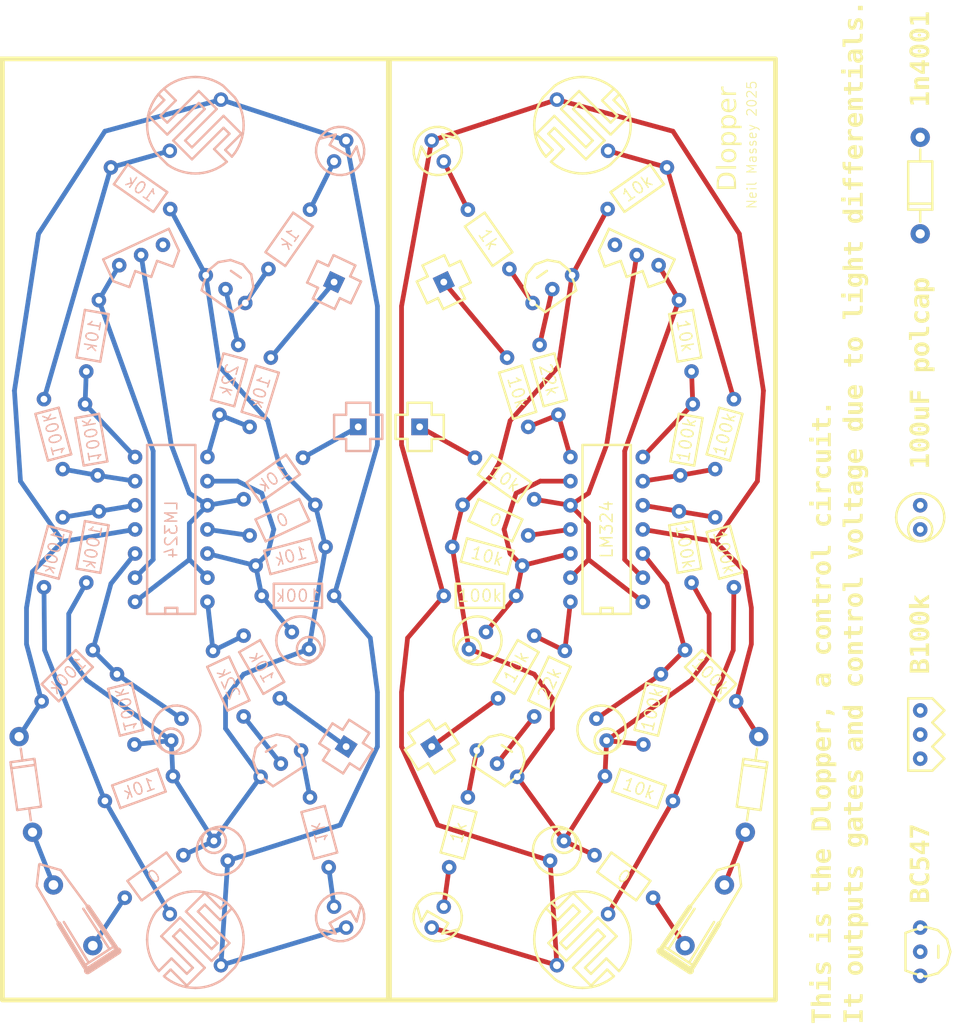
<source format=kicad_pcb>
(kicad_pcb (version 20240108) (generator "pcbnew") (generator_version "8.0")
  (layers (0 "F.Cu" signal) (31 "B.Cu" signal) (34 "B.Paste" user) (35 "F.Paste" user) (36 "B.SilkS" user "B.Silkscreen") (37 "F.SilkS" user "F.Silkscreen") (38 "B.Mask" user) (39 "F.Mask" user) (44 "Edge.Cuts" user))
  (net 0 "")
  (net 1 "GND")
  (net 2 "Net-(BT1-+)")
  (net 3 "MIDO")
  (net 4 "Net-(U1C--)")
  (net 5 "+9V")
  (net 6 "Net-(D1-K)")
  (net 7 "Net-(D2-K)")
  (net 8 "Net-(Q1-B)")
  (net 9 "Net-(Q1-C)")
  (net 10 "Net-(Q2-B)")
  (net 11 "Net-(Q2-C)")
  (net 12 "Net-(R3-Pad2)")
  (net 13 "Net-(U1A--)")
  (net 14 "Net-(R6-Pad2)")
  (net 15 "Net-(U1B-+)")
  (net 16 "Net-(R11-Pad1)")
  (net 17 "Net-(U1B--)")
  (net 18 "Net-(R14-Pad2)")
  (net 19 "Net-(R16-Pad1)")
  (net 20 "Net-(U1C-+)")
  (net 21 "Net-(R18-Pad2)")
  (net 22 "Net-(R19-Pad2)")
  (net 23 "Net-(R20-Pad2)")
  (footprint "diy-nabra:r3" (layer "F.Cu") (at 86.421554 123.598653 76)
    (property "Reference" "R2")
    (property "Value" "100k")
  )
  (footprint "diy-nabra:r3" (layer "F.Cu") (at 71.12 118.745 60)
    (property "Reference" "R20")
    (property "Value" "10k")
  )
  (footprint "diy-nabra:wnob" (layer "F.Cu") (at 83.422978 71.009407 -25)
    (property "Reference" "RV1")
    (property "Value" "B100K" (hide yes))
  )
  (footprint "diy-nabra:cadsulfide_sm" (layer "F.Cu") (at 80.01 144.145 -135)
    (property "Reference" "R6")
    (property "Value" "LDR-TOP" (hide yes))
  )
  (footprint "diy-nabra:cel1" (layer "F.Cu") (at 82.55 123.19 115)
    (property "Reference" "C1")
    (property "Value" "10uF" (hide yes))
  )
  (footprint "diy-nabra:qnpn" (layer "F.Cu") (at 71.011052 125.621051 147)
    (property "Reference" "Q2")
    (property "Value" "BC547" (hide yes))
  )
  (footprint "diy-nabra:wsqout" (layer "F.Cu") (at 65.405 74.93 -154.6)
    (property "Reference" "TP1")
    (property "Value" "CompBot" (hide yes))
  )
  (footprint "diy-nabra:r3" (layer "F.Cu") (at 68.688062 93.419348 -35)
    (property "Reference" "R18")
    (property "Value" "10k")
  )
  (footprint "diy-nabra:r3" (layer "F.Cu") (at 73.66 104.775 165)
    (property "Reference" "R13")
    (property "Value" "10k")
  )
  (footprint "diy-nabra:power-1n4001" (layer "F.Cu") (at 98.569 122.77702 -98)
    (property "Reference" "D3")
    (property "Value" "1N4001" (hide yes))
  )
  (footprint "diy-nabra:dip14" (layer "F.Cu") (at 78.74 108.585 90)
    (property "Reference" "U1")
    (property "Value" "LM324")
  )
  (footprint "diy-nabra:r3" (layer "F.Cu") (at 90.17 99.06 -80)
    (property "Reference" "R10")
    (property "Value" "100k")
  )
  (footprint "diy-nabra:r3" (layer "F.Cu") (at 87.44471 139.733923 144)
    (property "Reference" "REF**")
    (property "Value" "0")
  )
  (footprint "diy-nabra:r3" (layer "F.Cu") (at 72.067127 82.882957 -73)
    (property "Reference" "R19")
    (property "Value" "10k")
  )
  (footprint "diy-nabra:r3" (layer "F.Cu") (at 90.17 76.835 -80)
    (property "Reference" "R11")
    (property "Value" "10k")
  )
  (footprint "diy-nabra:led" (layer "F.Cu") (at 64.135 60.030295 -60)
    (property "Reference" "D1")
    (property "Value" "LED" (hide yes))
  )
  (footprint "diy-nabra:r3" (layer "F.Cu") (at 74.295 101.6 155)
    (property "Reference" "REF**")
    (property "Value" "0")
  )
  (footprint "diy-nabra:cel1" (layer "F.Cu") (at 115.57 100.965 90)
    (property "Reference" "REF**")
    (property "Value" "cel1" (hide yes))
  )
  (footprint "diy-nabra:r3" (layer "F.Cu") (at 72.315651 73.551938 125)
    (property "Reference" "R15")
    (property "Value" "1k")
  )
  (footprint "diy-nabra:cel1" (layer "F.Cu") (at 78.057638 133.753862 -125)
    (property "Reference" "C3")
    (property "Value" "10uF" (hide yes))
  )
  (footprint "diy-nabra:wnob" (layer "F.Cu") (at 115.57 125.095 90)
    (property "Reference" "REF**")
    (property "Value" "wnob" (hide yes))
  )
  (footprint "diy-nabra:r3" (layer "F.Cu") (at 93.98 99.695 -75)
    (property "Reference" "R8")
    (property "Value" "100k")
  )
  (footprint "diy-nabra:r3" (layer "F.Cu") (at 90.805 113.665 -45)
    (property "Reference" "R1")
    (property "Value" "100k")
  )
  (footprint "diy-nabra:cadsulfide_sm" (layer "F.Cu") (at 80.01 58.42 135)
    (property "Reference" "R3")
    (property "Value" "LDR-BOT" (hide yes))
  )
  (footprint "diy-nabra:r3" (layer "F.Cu") (at 77.47 88.9 105)
    (property "Reference" "R14")
    (property "Value" "22k")
  )
  (footprint "diy-nabra:led" (layer "F.Cu") (at 64.135 142.875 60)
    (property "Reference" "D2")
    (property "Value" "LED" (hide yes))
  )
  (footprint "diy-nabra:r3" (layer "F.Cu") (at 67.945 129.164645 -105)
    (property "Reference" "R17")
    (property "Value" "1k")
  )
  (footprint "diy-nabra:r3" (layer "F.Cu") (at 91.623964 87.770001 -100)
    (property "Reference" "R9")
    (property "Value" "100k")
  )
  (footprint "diy-nabra:wobelisk" (layer "F.Cu") (at 90.805 144.78 57)
    (property "Reference" "BT1")
    (property "Value" "Battery" (hide yes))
  )
  (footprint "diy-nabra:r3" (layer "F.Cu") (at 65.405 107.95)
    (property "Reference" "R12")
    (property "Value" "100k")
  )
  (footprint "diy-nabra:power-1n4001" (layer "F.Cu") (at 115.57 69.85 90)
    (property "Reference" "REF**")
    (property "Value" "power-1n4001" (hide yes))
  )
  (footprint "diy-nabra:r3" (layer "F.Cu") (at 82.374542 126.933807 -20)
    (property "Reference" "R7")
    (property "Value" "10k")
  )
  (footprint "diy-nabra:wsqout" (layer "F.Cu") (at 62.865 90.17 180)
    (property "Reference" "TP2")
    (property "Value" "Out" (hide yes))
  )
  (footprint "diy-nabra:r3" (layer "F.Cu") (at 74.93 120.65 65)
    (property "Reference" "R16")
    (property "Value" "22k")
  )
  (footprint "diy-nabra:r3" (layer "F.Cu") (at 82.658061 67.235653 35)
    (property "Reference" "R4")
    (property "Value" "10k")
  )
  (footprint "diy-nabra:cel1" (layer "F.Cu") (at 68.053949 113.556051 45)
    (property "Reference" "C2")
    (property "Value" "10uF" (hide yes))
  )
  (footprint "diy-nabra:wsqout" (layer "F.Cu") (at 64.135 123.825 -147)
    (property "Reference" "TP3")
    (property "Value" "CompTop" (hide yes))
  )
  (footprint "diy-nabra:qnpn" (layer "F.Cu") (at 76.835 75.673949 -145)
    (property "Reference" "Q1")
    (property "Value" "BC547" (hide yes))
  )
  (footprint "diy-nabra:qnpn" (layer "F.Cu") (at 115.57 145.415 90)
    (property "Reference" "REF**")
    (property "Value" "qnpn" (hide yes))
  )
  (footprint "diy-nabra:r3" (layer "F.Cu") (at 93.98 94.615 75)
    (property "Reference" "R5")
    (property "Value" "100k")
  )
  (footprint "diy-nabra:cadsulfide_sm" (layer "B.Cu") (at 39.253308 144.145 -45)
    (property "Reference" "R6")
    (property "Value" "LDR-TOP" (hide yes))
  )
  (footprint "diy-nabra:cel1" (layer "B.Cu") (at 51.209359 113.556051 135)
    (property "Reference" "C2")
    (property "Value" "10uF" (hide yes))
  )
  (footprint "diy-nabra:r3" (layer "B.Cu") (at 46.947657 73.551938 55)
    (property "Reference" "R15")
    (property "Value" "1k")
  )
  (footprint "diy-nabra:r3" (layer "B.Cu") (at 47.196181 82.882957 -107)
    (property "Reference" "R19")
    (property "Value" "10k")
  )
  (footprint "diy-nabra:led" (layer "B.Cu") (at 55.128308 60.030295 -120)
    (property "Reference" "D1")
    (property "Value" "LED" (hide yes))
  )
  (footprint "diy-nabra:r3" (layer "B.Cu") (at 25.283308 94.615 105)
    (property "Reference" "R5")
    (property "Value" "100k")
  )
  (footprint "diy-nabra:r3" (layer "B.Cu") (at 28.458308 113.665 -135)
    (property "Reference" "R1")
    (property "Value" "100k")
  )
  (footprint "diy-nabra:r3" (layer "B.Cu") (at 29.093308 76.835 -100)
    (property "Reference" "R11")
    (property "Value" "10k")
  )
  (footprint "diy-nabra:r3" (layer "B.Cu") (at 32.841754 123.598653 104)
    (property "Reference" "R2")
    (property "Value" "100k")
  )
  (footprint "diy-nabra:power-1n4001" (layer "B.Cu") (at 20.694308 122.77702 -82)
    (property "Reference" "D3")
    (property "Value" "1N4001" (hide yes))
  )
  (footprint "diy-nabra:r3" (layer "B.Cu") (at 31.818598 139.733923 36)
    (property "Reference" "REF**")
    (property "Value" "0")
  )
  (footprint "diy-nabra:r3" (layer "B.Cu") (at 36.605247 67.235653 145)
    (property "Reference" "R4")
    (property "Value" "10k")
  )
  (footprint "diy-nabra:r3" (layer "B.Cu") (at 36.888766 126.933807 -160)
    (property "Reference" "R7")
    (property "Value" "10k")
  )
  (footprint "diy-nabra:wobelisk" (layer "B.Cu") (at 28.458308 144.78 123)
    (property "Reference" "BT1")
    (property "Value" "Battery" (hide yes))
  )
  (footprint "diy-nabra:r3" (layer "B.Cu") (at 45.603308 104.775 15)
    (property "Reference" "R13")
    (property "Value" "10k")
  )
  (footprint "diy-nabra:qnpn" (layer "B.Cu") (at 42.428308 75.673949 -35)
    (property "Reference" "Q1")
    (property "Value" "BC547" (hide yes))
  )
  (footprint "diy-nabra:cel1" (layer "B.Cu") (at 36.713308 123.19 65)
    (property "Reference" "C1")
    (property "Value" "10uF" (hide yes))
  )
  (footprint "diy-nabra:r3" (layer "B.Cu") (at 53.858308 107.95 180)
    (property "Reference" "R12")
    (property "Value" "100k")
  )
  (footprint "diy-nabra:r3" (layer "B.Cu") (at 50.575246 93.419348 -145)
    (property "Reference" "R18")
    (property "Value" "10k")
  )
  (footprint "diy-nabra:cadsulfide_sm" (layer "B.Cu") (at 39.253308 58.42 45)
    (property "Reference" "R3")
    (property "Value" "LDR-BOT" (hide yes))
  )
  (footprint "diy-nabra:led" (layer "B.Cu") (at 55.128308 142.875 120)
    (property "Reference" "D2")
    (property "Value" "LED" (hide yes))
  )
  (footprint "diy-nabra:wnob" (layer "B.Cu") (at 35.84033 71.009407 -155)
    (property "Reference" "RV1")
    (property "Value" "B100K" (hide yes))
  )
  (footprint "diy-nabra:wsqout" (layer "B.Cu") (at 53.858308 74.93 -25.4)
    (property "Reference" "TP1")
    (property "Value" "CompBot" (hide yes))
  )
  (footprint "diy-nabra:r3" (layer "B.Cu") (at 29.093308 99.06 -100)
    (property "Reference" "R10")
    (property "Value" "100k")
  )
  (footprint "diy-nabra:r3" (layer "B.Cu") (at 27.639344 87.770001 -80)
    (property "Reference" "R9")
    (property "Value" "100k")
  )
  (footprint "diy-nabra:r3" (layer "B.Cu") (at 48.143308 118.745 120)
    (property "Reference" "R20")
    (property "Value" "10k")
  )
  (footprint "diy-nabra:qnpn" (layer "B.Cu") (at 48.252256 125.621051 33)
    (property "Reference" "Q2")
    (property "Value" "BC547" (hide yes))
  )
  (footprint "diy-nabra:r3" (layer "B.Cu") (at 44.968308 101.6 25)
    (property "Reference" "REF**")
    (property "Value" "0")
  )
  (footprint "diy-nabra:wsqout" (layer "B.Cu") (at 55.128308 123.825 -33)
    (property "Reference" "TP3")
    (property "Value" "CompTop" (hide yes))
  )
  (footprint "diy-nabra:r3" (layer "B.Cu") (at 44.333308 120.65 115)
    (property "Reference" "R16")
    (property "Value" "22k")
  )
  (footprint "diy-nabra:wsqout" (layer "B.Cu") (at 56.398308 90.17)
    (property "Reference" "TP2")
    (property "Value" "Out" (hide yes))
  )
  (footprint "diy-nabra:cel1" (layer "B.Cu") (at 41.20567 133.753862 -55)
    (property "Reference" "C3")
    (property "Value" "10uF" (hide yes))
  )
  (footprint "diy-nabra:r3" (layer "B.Cu") (at 25.283308 99.695 -105)
    (property "Reference" "R8")
    (property "Value" "100k")
  )
  (footprint "diy-nabra:dip14" (layer "B.Cu") (at 40.523308 108.585 90)
    (property "Reference" "U1")
    (property "Value" "LM324")
  )
  (footprint "diy-nabra:r3" (layer "B.Cu") (at 41.793308 88.9 75)
    (property "Reference" "R14")
    (property "Value" "22k")
  )
  (footprint "diy-nabra:r3" (layer "B.Cu") (at 51.318308 129.164645 -75)
    (property "Reference" "R17")
    (property "Value" "1k")
  )
  (gr_rect (start 18.933308 51.435) (end 59.573308 150.495) (stroke (width 0.5)) (fill none) (layer "F.SilkS"))
  (gr_rect (start 59.69 51.435) (end 100.33 150.495) (stroke (width 0.5)) (fill none) (layer "F.SilkS"))
  (gr_text "100uF polcap" (at 116.84 94.615 90) (layer "F.SilkS") (effects (font (size 2 2) (thickness 0.4) (bold yes)) (justify left bottom)))
  (gr_text "Dlopper" (at 96.52 65.405 90) (layer "F.SilkS") (effects (font (size 2 2) (thickness 0.1)) (justify left bottom)))
  (gr_text "Neil Massey 2025" (at 98.425 67.31 90) (layer "F.SilkS") (effects (font (size 1 1) (thickness 0.1)) (justify left bottom)))
  (gr_text "BC547" (at 116.84 140.335 90) (layer "F.SilkS") (effects (font (size 2 2) (thickness 0.4) (bold yes)) (justify left bottom)))
  (gr_text "B100k" (at 116.84 116.205 90) (layer "F.SilkS") (effects (font (size 2 2) (thickness 0.4) (bold yes)) (justify left bottom)))
  (gr_text "This is the Dlopper, a control circuit.\nIt outputs gates and control voltage due to light differentials." (at 109.855 153.035 90) (layer "F.SilkS") (effects (font (size 2 2) (thickness 0.4) (bold yes)) (justify left bottom)))
  (gr_text "1n4001" (at 116.84 56.515 90) (layer "F.SilkS") (effects (font (size 2 2) (thickness 0.4) (bold yes)) (justify left bottom)))
  (segment (start 73.141276 127.004434) (end 76.835 121.92) (width 0.5) (layer "F.Cu") (net 1))
  (segment (start 82.374542 126.933807) (end 78.057638 133.753862) (width 0.5) (layer "F.Cu") (net 1))
  (segment (start 71.235455 93.98) (end 70.485 95.25) (width 0.5) (layer "F.Cu") (net 1))
  (segment (start 77.47 83.82) (end 72.39 89.535) (width 0.5) (layer "F.Cu") (net 1))
  (segment (start 67.388934 98.379649) (end 66.299645 102.802799) (width 0.5) (layer "F.Cu") (net 1))
  (segment (start 70.485 95.25) (end 67.388934 98.379649) (width 0.5) (layer "F.Cu") (net 1))
  (segment (start 78.057638 133.753862) (end 81.28 135.255) (width 0.5) (layer "F.Cu") (net 1))
  (segment (start 78.915647 74.217065) (end 82.658061 67.235653) (width 0.5) (layer "F.Cu") (net 1))
  (segment (start 78.057638 133.753862) (end 73.141276 127.004434) (width 0.5) (layer "F.Cu") (net 1))
  (segment (start 76.835 121.92) (end 76.835 118.745) (width 0.5) (layer "F.Cu") (net 1))
  (segment (start 93.345 114.3) (end 91.44 116.84) (width 0.5) (layer "F.Cu") (net 1))
  (segment (start 74.93 116.205) (end 71.755 114.935) (width 0.5) (layer "F.Cu") (net 1))
  (segment (start 93.345 109.855) (end 93.345 114.3) (width 0.5) (layer "F.Cu") (net 1))
  (segment (start 71.755 114.935) (end 68.053949 113.556051) (width 0.5) (layer "F.Cu") (net 1))
  (segment (start 68.053949 113.556051) (end 66.299645 102.802799) (width 0.5) (layer "F.Cu") (net 1))
  (segment (start 76.835 118.745) (end 74.93 116.205) (width 0.5) (layer "F.Cu") (net 1))
  (segment (start 72.39 89.535) (end 71.235455 93.98) (width 0.5) (layer "F.Cu") (net 1))
  (segment (start 78.74 100.965) (end 74.295 101.6) (width 0.5) (layer "F.Cu") (net 1))
  (segment (start 91.44 116.84) (end 82.55 123.19) (width 0.5) (layer "F.Cu") (net 1))
  (segment (start 78.915647 74.217065) (end 77.47 83.82) (width 0.5) (layer "F.Cu") (net 1))
  (segment (start 82.55 123.19) (end 86.421554 123.598653) (width 0.5) (layer "F.Cu") (net 1))
  (segment (start 82.55 123.19) (end 82.374542 126.933807) (width 0.5) (layer "F.Cu") (net 1))
  (segment (start 90.805 144.78) (end 87.44471 139.733923) (width 0.5) (layer "F.Cu") (net 1))
  (segment (start 91.493199 106.564235) (end 93.345 109.855) (width 0.5) (layer "F.Cu") (net 1))
  (segment (start 36.888766 126.933807) (end 41.20567 133.753862) (width 0.5) (layer "B.Cu") (net 1))
  (segment (start 40.347661 74.217065) (end 36.605247 67.235653) (width 0.5) (layer "B.Cu") (net 1))
  (segment (start 47.508308 114.935) (end 51.209359 113.556051) (width 0.5) (layer "B.Cu") (net 1))
  (segment (start 36.713308 123.19) (end 36.888766 126.933807) (width 0.5) (layer "B.Cu") (net 1))
  (segment (start 51.874374 98.379649) (end 52.963663 102.802799) (width 0.5) (layer "B.Cu") (net 1))
  (segment (start 42.428308 121.92) (end 42.428308 118.745) (width 0.5) (layer "B.Cu") (net 1))
  (segment (start 41.20567 133.753862) (end 37.983308 135.255) (width 0.5) (layer "B.Cu") (net 1))
  (segment (start 48.778308 95.25) (end 51.874374 98.379649) (width 0.5) (layer "B.Cu") (net 1))
  (segment (start 40.347661 74.217065) (end 41.793308 83.82) (width 0.5) (layer "B.Cu") (net 1))
  (segment (start 25.918308 109.855) (end 25.918308 114.3) (width 0.5) (layer "B.Cu") (net 1))
  (segment (start 44.333308 116.205) (end 47.508308 114.935) (width 0.5) (layer "B.Cu") (net 1))
  (segment (start 27.770109 106.564235) (end 25.918308 109.855) (width 0.5) (layer "B.Cu") (net 1))
  (segment (start 46.122032 127.004434) (end 42.428308 121.92) (width 0.5) (layer "B.Cu") (net 1))
  (segment (start 27.823308 116.84) (end 36.713308 123.19) (width 0.5) (layer "B.Cu") (net 1))
  (segment (start 42.428308 118.745) (end 44.333308 116.205) (width 0.5) (layer "B.Cu") (net 1))
  (segment (start 41.20567 133.753862) (end 46.122032 127.004434) (width 0.5) (layer "B.Cu") (net 1))
  (segment (start 36.713308 123.19) (end 32.841754 123.598653) (width 0.5) (layer "B.Cu") (net 1))
  (segment (start 48.027853 93.98) (end 48.778308 95.25) (width 0.5) (layer "B.Cu") (net 1))
  (segment (start 40.523308 100.965) (end 44.968308 101.6) (width 0.5) (layer "B.Cu") (net 1))
  (segment (start 41.793308 83.82) (end 46.873308 89.535) (width 0.5) (layer "B.Cu") (net 1))
  (segment (start 51.209359 113.556051) (end 52.963663 102.802799) (width 0.5) (layer "B.Cu") (net 1))
  (segment (start 46.873308 89.535) (end 48.027853 93.98) (width 0.5) (layer "B.Cu") (net 1))
  (segment (start 25.918308 114.3) (end 27.823308 116.84) (width 0.5) (layer "B.Cu") (net 1))
  (segment (start 28.458308 144.78) (end 31.818598 139.733923) (width 0.5) (layer "B.Cu") (net 1))
  (segment (start 94.955149 138.38933) (end 97.155 132.838144) (width 0.5) (layer "F.Cu") (net 2))
  (segment (start 24.308159 138.38933) (end 22.108308 132.838144) (width 0.5) (layer "B.Cu") (net 2))
  (segment (start 86.36 103.505) (end 88.9 106.68) (width 0.5) (layer "F.Cu") (net 3))
  (segment (start 90.805 113.665) (end 88.265 116.205) (width 0.5) (layer "F.Cu") (net 3))
  (segment (start 88.9 106.68) (end 90.805 113.665) (width 0.5) (layer "F.Cu") (net 3))
  (segment (start 88.265 116.205) (end 81.476549 120.887977) (width 0.5) (layer "F.Cu") (net 3))
  (segment (start 30.363308 106.68) (end 28.458308 113.665) (width 0.5) (layer "B.Cu") (net 3))
  (segment (start 32.903308 103.505) (end 30.363308 106.68) (width 0.5) (layer "B.Cu") (net 3))
  (segment (start 30.998308 116.205) (end 37.786759 120.887977) (width 0.5) (layer "B.Cu") (net 3))
  (segment (start 28.458308 113.665) (end 30.998308 116.205) (width 0.5) (layer "B.Cu") (net 3))
  (segment (start 73.66 104.775) (end 73.025 107.95) (width 0.5) (layer "F.Cu") (net 4))
  (segment (start 72.39 103.505) (end 73.66 104.775) (width 0.5) (layer "F.Cu") (net 4))
  (segment (start 71.755 100.965) (end 72.39 103.505) (width 0.5) (layer "F.Cu") (net 4))
  (segment (start 78.74 95.885) (end 75.565 95.885) (width 0.5) (layer "F.Cu") (net 4))
  (segment (start 73.025 107.95) (end 69.85 111.76) (width 0.5) (layer "F.Cu") (net 4))
  (segment (start 75.565 95.885) (end 73.025 97.155) (width 0.5) (layer "F.Cu") (net 4))
  (segment (start 78.739999 103.505) (end 73.66 104.775) (width 0.5) (layer "F.Cu") (net 4))
  (segment (start 73.025 97.155) (end 71.755 100.965) (width 0.5) (layer "F.Cu") (net 4))
  (segment (start 46.873308 103.505) (end 45.603308 104.775) (width 0.5) (layer "B.Cu") (net 4))
  (segment (start 45.603308 104.775) (end 46.238308 107.95) (width 0.5) (layer "B.Cu") (net 4))
  (segment (start 40.523309 103.505) (end 45.603308 104.775) (width 0.5) (layer "B.Cu") (net 4))
  (segment (start 47.508308 100.965) (end 46.873308 103.505) (width 0.5) (layer "B.Cu") (net 4))
  (segment (start 46.238308 97.155) (end 47.508308 100.965) (width 0.5) (layer "B.Cu") (net 4))
  (segment (start 46.238308 107.95) (end 49.413308 111.76) (width 0.5) (layer "B.Cu") (net 4))
  (segment (start 43.698308 95.885) (end 46.238308 97.155) (width 0.5) (layer "B.Cu") (net 4))
  (segment (start 40.523308 95.885) (end 43.698308 95.885) (width 0.5) (layer "B.Cu") (net 4))
  (segment (start 61.595 112.395) (end 65.405 107.95) (width 0.5) (layer "F.Cu") (net 5))
  (segment (start 97.79 113.03) (end 97.79 109.22) (width 0.5) (layer "F.Cu") (net 5))
  (segment (start 76.600754 135.834508) (end 77.315923 146.839077) (width 0.5) (layer "F.Cu") (net 5))
  (segment (start 97.155 105.41) (end 93.98 102.235) (width 0.5) (layer "F.Cu") (net 5))
  (segment (start 60.96 123.825) (end 60.96 118.11) (width 0.5) (layer "F.Cu") (net 5))
  (segment (start 64.135 60.030295) (end 60.96 77.47) (width 0.5) (layer "F.Cu") (net 5))
  (segment (start 77.315923 55.725923) (end 89.535 59.055) (width 0.5) (layer "F.Cu") (net 5))
  (segment (start 96.193154 119.053153) (end 97.79 113.03) (width 0.5) (layer "F.Cu") (net 5))
  (segment (start 89.535 59.055) (end 96.52 69.85) (width 0.5) (layer "F.Cu") (net 5))
  (segment (start 77.315923 55.725923) (end 64.135 60.030295) (width 0.5) (layer "F.Cu") (net 5))
  (segment (start 60.96 77.47) (end 60.96 92.075) (width 0.5) (layer "F.Cu") (net 5))
  (segment (start 98.425 95.885) (end 93.98 102.235) (width 0.5) (layer "F.Cu") (net 5))
  (segment (start 60.96 92.075) (end 65.405 107.95) (width 0.5) (layer "F.Cu") (net 5))
  (segment (start 97.79 109.22) (end 97.155 105.41) (width 0.5) (layer "F.Cu") (net 5))
  (segment (start 93.98 102.235) (end 86.360001 100.965) (width 0.5) (layer "F.Cu") (net 5))
  (segment (start 77.315923 146.839077) (end 64.135 142.875) (width 0.5) (layer "F.Cu") (net 5))
  (segment (start 98.569 122.77702) (end 96.193154 119.053153) (width 0.5) (layer "F.Cu") (net 5))
  (segment (start 96.52 69.85) (end 99.06 86.36) (width 0.5) (layer "F.Cu") (net 5))
  (segment (start 64.77 132.08) (end 60.96 123.825) (width 0.5) (layer "F.Cu") (net 5))
  (segment (start 76.600754 135.834508) (end 64.77 132.08) (width 0.5) (layer "F.Cu") (net 5))
  (segment (start 60.96 118.11) (end 61.595 112.395) (width 0.5) (layer "F.Cu") (net 5))
  (segment (start 99.06 86.36) (end 98.425 95.885) (width 0.5) (layer "F.Cu") (net 5))
  (segment (start 25.283308 102.235) (end 32.903307 100.965) (width 0.5) (layer "B.Cu") (net 5))
  (segment (start 58.42 77.47) (end 58.42 92.075) (width 0.5) (layer "B.Cu") (net 5))
  (segment (start 20.838308 95.885) (end 25.283308 102.235) (width 0.5) (layer "B.Cu") (net 5))
  (segment (start 20.694308 122.77702) (end 23.070154 119.053153) (width 0.5) (layer "B.Cu") (net 5))
  (segment (start 41.947385 146.839077) (end 55.128308 142.875) (width 0.5) (layer "B.Cu") (net 5))
  (segment (start 22.108308 105.41) (end 25.283308 102.235) (width 0.5) (layer "B.Cu") (net 5))
  (segment (start 55.128308 60.030295) (end 58.42 77.47) (width 0.5) (layer "B.Cu") (net 5))
  (segment (start 29.728308 59.055) (end 22.743308 69.85) (width 0.5) (layer "B.Cu") (net 5))
  (segment (start 58.42 123.825) (end 58.42 118.11) (width 0.5) (layer "B.Cu") (net 5))
  (segment (start 58.42 118.11) (end 57.668308 112.395) (width 0.5) (layer "B.Cu") (net 5))
  (segment (start 21.473308 113.03) (end 21.473308 109.22) (width 0.5) (layer "B.Cu") (net 5))
  (segment (start 58.42 92.075) (end 53.858308 107.95) (width 0.5) (layer "B.Cu") (net 5))
  (segment (start 42.662554 135.834508) (end 54.493308 132.08) (width 0.5) (layer "B.Cu") (net 5))
  (segment (start 22.743308 69.85) (end 20.203308 86.36) (width 0.5) (layer "B.Cu") (net 5))
  (segment (start 20.203308 86.36) (end 20.838308 95.885) (width 0.5) (layer "B.Cu") (net 5))
  (segment (start 41.947385 55.725923) (end 55.128308 60.030295) (width 0.5) (layer "B.Cu") (net 5))
  (segment (start 54.493308 132.08) (end 58.42 123.825) (width 0.5) (layer "B.Cu") (net 5))
  (segment (start 42.662554 135.834508) (end 41.947385 146.839077) (width 0.5) (layer "B.Cu") (net 5))
  (segment (start 41.947385 55.725923) (end 29.728308 59.055) (width 0.5) (layer "B.Cu") (net 5))
  (segment (start 57.668308 112.395) (end 53.858308 107.95) (width 0.5) (layer "B.Cu") (net 5))
  (segment (start 21.473308 109.22) (end 22.108308 105.41) (width 0.5) (layer "B.Cu") (net 5))
  (segment (start 23.070154 119.053153) (end 21.473308 113.03) (width 0.5) (layer "B.Cu") (net 5))
  (segment (start 65.405 62.23) (end 67.945 67.31) (width 0.5) (layer "F.Cu") (net 6))
  (segment (start 53.858308 62.23) (end 51.318308 67.31) (width 0.5) (layer "B.Cu") (net 6))
  (segment (start 65.972799 136.525) (end 65.405 140.675295) (width 0.5) (layer "F.Cu") (net 7))
  (segment (start 53.290509 136.525) (end 53.858308 140.675295) (width 0.5) (layer "B.Cu") (net 7))
  (segment (start 76.835 75.673949) (end 75.497799 81.539646) (width 0.5) (layer "F.Cu") (net 8))
  (segment (start 42.428308 75.673949) (end 43.765509 81.539646) (width 0.5) (layer "B.Cu") (net 8))
  (segment (start 74.754353 77.130833) (end 72.315651 73.551938) (width 0.5) (layer "F.Cu") (net 9))
  (segment (start 44.508955 77.130833) (end 46.947657 73.551938) (width 0.5) (layer "B.Cu") (net 9))
  (segment (start 74.93 120.65) (end 71.011052 125.621051) (width 0.5) (layer "F.Cu") (net 10))
  (segment (start 44.333308 120.65) (end 48.252256 125.621051) (width 0.5) (layer "B.Cu") (net 10))
  (segment (start 68.880828 124.237668) (end 67.945 129.164645) (width 0.5) (layer "F.Cu") (net 11))
  (segment (start 50.38248 124.237668) (end 51.318308 129.164645) (width 0.5) (layer "B.Cu") (net 11))
  (segment (start 82.704077 61.114077) (end 88.9 62.865) (width 0.5) (layer "F.Cu") (net 12))
  (segment (start 88.9 62.865) (end 95.952201 87.254645) (width 0.5) (layer "F.Cu") (net 12))
  (segment (start 36.559231 61.114077) (end 30.363308 62.865) (width 0.5) (layer "B.Cu") (net 12))
  (segment (start 30.363308 62.865) (end 23.311107 87.254645) (width 0.5) (layer "B.Cu") (net 12))
  (segment (start 84.455 92.71) (end 90.17 76.835) (width 0.5) (layer "F.Cu") (net 13))
  (segment (start 86.36 106.045) (end 84.455 104.14) (width 0.5) (layer "F.Cu") (net 13))
  (segment (start 88.027022 73.156308) (end 90.17 76.835) (width 0.5) (layer "F.Cu") (net 13))
  (segment (start 84.455 104.14) (end 84.455 92.71) (width 0.5) (layer "F.Cu") (net 13))
  (segment (start 32.903308 106.045) (end 34.808308 104.14) (width 0.5) (layer "B.Cu") (net 13))
  (segment (start 31.236286 73.156308) (end 29.093308 76.835) (width 0.5) (layer "B.Cu") (net 13))
  (segment (start 34.808308 92.71) (end 29.093308 76.835) (width 0.5) (layer "B.Cu") (net 13))
  (segment (start 34.808308 104.14) (end 34.808308 92.71) (width 0.5) (layer "B.Cu") (net 13))
  (segment (start 95.952201 107.055355) (end 95.885 113.665) (width 0.5) (layer "F.Cu") (net 14))
  (segment (start 89.535 129.54) (end 82.704077 141.450923) (width 0.5) (layer "F.Cu") (net 14))
  (segment (start 95.885 113.665) (end 89.535 129.54) (width 0.5) (layer "F.Cu") (net 14))
  (segment (start 23.311107 107.055355) (end 23.378308 113.665) (width 0.5) (layer "B.Cu") (net 14))
  (segment (start 29.728308 129.54) (end 36.559231 141.450923) (width 0.5) (layer "B.Cu") (net 14))
  (segment (start 23.378308 113.665) (end 29.728308 129.54) (width 0.5) (layer "B.Cu") (net 14))
  (segment (start 90.17 99.06) (end 86.36 98.424999) (width 0.5) (layer "F.Cu") (net 15))
  (segment (start 93.98 99.695) (end 90.17 99.06) (width 0.5) (layer "F.Cu") (net 15))
  (segment (start 29.093308 99.06) (end 32.903308 98.424999) (width 0.5) (layer "B.Cu") (net 15))
  (segment (start 25.283308 99.695) (end 29.093308 99.06) (width 0.5) (layer "B.Cu") (net 15))
  (segment (start 91.623964 87.770001) (end 86.360001 93.345) (width 0.5) (layer "F.Cu") (net 16))
  (segment (start 91.493198 84.339234) (end 91.623964 87.770001) (width 0.5) (layer "F.Cu") (net 16))
  (segment (start 27.77011 84.339234) (end 27.639344 87.770001) (width 0.5) (layer "B.Cu") (net 16))
  (segment (start 27.639344 87.770001) (end 32.903307 93.345) (width 0.5) (layer "B.Cu") (net 16))
  (segment (start 93.98 94.615) (end 90.300765 95.274236) (width 0.5) (layer "F.Cu") (net 17))
  (segment (start 86.36 95.885) (end 90.300765 95.274236) (width 0.5) (layer "F.Cu") (net 17))
  (segment (start 25.283308 94.615) (end 28.962543 95.274236) (width 0.5) (layer "B.Cu") (net 17))
  (segment (start 32.903308 95.885) (end 28.962543 95.274236) (width 0.5) (layer "B.Cu") (net 17))
  (segment (start 78.74 93.344999) (end 77.47 88.9) (width 0.5) (layer "F.Cu") (net 18))
  (segment (start 77.47 88.9) (end 74.295 90.17) (width 0.5) (layer "F.Cu") (net 18))
  (segment (start 41.793308 88.9) (end 44.968308 90.17) (width 0.5) (layer "B.Cu") (net 18))
  (segment (start 40.523308 93.344999) (end 41.793308 88.9) (width 0.5) (layer "B.Cu") (net 18))
  (segment (start 74.93 112.145886) (end 78.150353 113.743936) (width 0.5) (layer "F.Cu") (net 19))
  (segment (start 78.74 108.585) (end 78.150353 113.743936) (width 0.5) (layer "F.Cu") (net 19))
  (segment (start 40.523308 108.585) (end 41.112955 113.743936) (width 0.5) (layer "B.Cu") (net 19))
  (segment (start 44.333308 112.145886) (end 41.112955 113.743936) (width 0.5) (layer "B.Cu") (net 19))
  (segment (start 85.725 72.082856) (end 82.55 92.075) (width 0.5) (layer "F.Cu") (net 20))
  (segment (start 80.645 97.155) (end 78.740001 98.425001) (width 0.5) (layer "F.Cu") (net 20))
  (segment (start 78.740001 98.425001) (end 74.93 97.79) (width 0.5) (layer "F.Cu") (net 20))
  (segment (start 78.74 106.045) (end 80.645 104.14) (width 0.5) (layer "F.Cu") (net 20))
  (segment (start 80.645 104.14) (end 80.645 100.33) (width 0.5) (layer "F.Cu") (net 20))
  (segment (start 82.55 92.075) (end 80.645 97.155) (width 0.5) (layer "F.Cu") (net 20))
  (segment (start 86.36 108.585) (end 80.645 104.14) (width 0.5) (layer "F.Cu") (net 20))
  (segment (start 80.645 100.33) (end 78.740001 98.425001) (width 0.5) (layer "F.Cu") (net 20))
  (segment (start 38.618308 97.155) (end 40.523307 98.425001) (width 0.5) (layer "B.Cu") (net 20))
  (segment (start 40.523308 106.045) (end 38.618308 104.14) (width 0.5) (layer "B.Cu") (net 20))
  (segment (start 33.538308 72.082856) (end 36.713308 92.075) (width 0.5) (layer "B.Cu") (net 20))
  (segment (start 38.618308 104.14) (end 38.618308 100.33) (width 0.5) (layer "B.Cu") (net 20))
  (segment (start 38.618308 100.33) (end 40.523307 98.425001) (width 0.5) (layer "B.Cu") (net 20))
  (segment (start 40.523307 98.425001) (end 44.333308 97.79) (width 0.5) (layer "B.Cu") (net 20))
  (segment (start 32.903308 108.585) (end 38.618308 104.14) (width 0.5) (layer "B.Cu") (net 20))
  (segment (start 36.713308 92.075) (end 38.618308 97.155) (width 0.5) (layer "B.Cu") (net 20))
  (segment (start 68.688062 93.419348) (end 62.865 90.17) (width 0.5) (layer "F.Cu") (net 21))
  (segment (start 50.575246 93.419348) (end 56.398308 90.17) (width 0.5) (layer "B.Cu") (net 21))
  (segment (start 65.405 74.93) (end 72.067127 82.882957) (width 0.5) (layer "F.Cu") (net 22))
  (segment (start 53.858308 74.93) (end 47.196181 82.882957) (width 0.5) (layer "B.Cu") (net 22))
  (segment (start 71.12 118.745) (end 64.135 123.825) (width 0.5) (layer "F.Cu") (net 23))
  (segment (start 48.143308 118.745) (end 55.128308 123.825) (width 0.5) (layer "B.Cu") (net 23))
)
</source>
